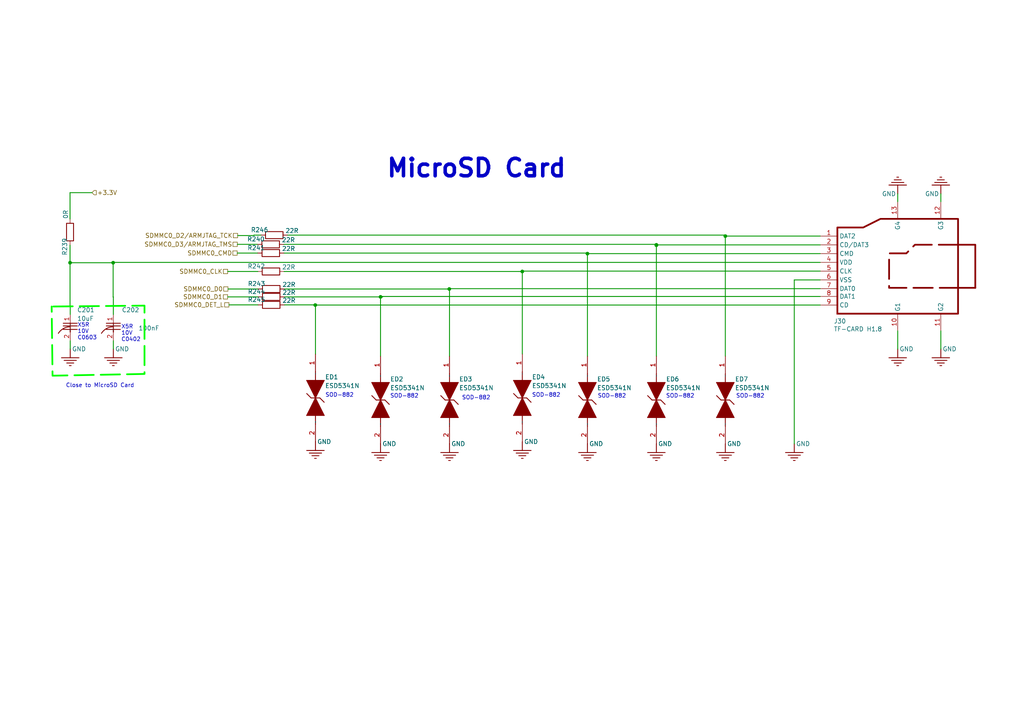
<source format=kicad_sch>
(kicad_sch (version 20231120) (generator "eeschema") (generator_version "8.0")
  (paper "A4")
  (lib_symbols
    (symbol "Device:R" (pin_numbers hide) (pin_names (offset 0))
      (property "Reference" "R" (at 2.032 0 90))
      (property "Value" "R" (at 0 0 90))
      (symbol "R_0_1"
        (rectangle (start -1.016 -2.54) (end 1.016 2.54) (stroke (width 0.254)))
      )
      (symbol "R_1_1"
        (pin passive line (at 0 3.81 270) (length 1.27) (name "~") (number "1"))
        (pin passive line (at 0 -3.81 90) (length 1.27) (name "~") (number "2"))
      )
    )
    (symbol "cm3568 LPDDR4-altium-import:GND" (power)
      (property "Reference" "#PWR" (at 0 0 0))
      (property "Value" "GND" (at 0 6.35 0))
      (symbol "GND_0_0"
        (polyline (pts (xy -2.54 -2.54) (xy 2.54 -2.54)) (stroke (width 0.254)))
        (polyline (pts (xy -1.778 -3.302) (xy 1.778 -3.302)) (stroke (width 0.254)))
        (polyline (pts (xy -1.016 -4.064) (xy 1.016 -4.064)) (stroke (width 0.254)))
        (polyline (pts (xy -0.254 -4.826) (xy 0.254 -4.826)) (stroke (width 0.254)))
        (polyline (pts (xy 0 0) (xy 0 -2.54)) (stroke (width 0.254)))
        (pin power_in line (at 0 0 0) (length 0) (name "GND") (number ""))
      )
    )
    (symbol "cm3568 LPDDR4-altium-import:root_0_TFP09-2-12B"
      (symbol "root_0_TFP09-2-12B_1_0"
        (polyline (pts (xy 45 -15) (xy 40 -15)) (stroke (width 0.508)))
        (polyline (pts (xy 40 -2.5) (xy 45 -2.5) (xy 45 -15)) (stroke (width 0.508)))
        (polyline (pts (xy 40 -2.5) (xy 27.5 -2.5) (xy 25 -5) (xy 20 -5) (xy 20 -15) (xy 40 -15)) (stroke (width 0.508) (type dash)))
        (polyline (pts (xy 5 -22.5) (xy 5 2.5) (xy 12.5 2.5) (xy 17.5 5) (xy 40 5) (xy 40 -22.5) (xy 5 -22.5)) (stroke (width 0.508)))
        (pin passive line (at 0 0 0) (length 5.08) (name "DAT2") (number "1"))
        (pin passive line (at 22.5 -27.5 90) (length 5.08) (name "G1") (number "10"))
        (pin passive line (at 35 -27.5 90) (length 5.08) (name "G2") (number "11"))
        (pin passive line (at 35 10 270) (length 5.08) (name "G3") (number "12"))
        (pin passive line (at 22.5 10 270) (length 5.08) (name "G4") (number "13"))
        (pin passive line (at 0 -2.54 0) (length 5.08) (name "CD/DAT3") (number "2"))
        (pin passive line (at 0 -5.08 0) (length 5.08) (name "CMD") (number "3"))
        (pin passive line (at 0 -7.62 0) (length 5.08) (name "VDD") (number "4"))
        (pin passive line (at 0 -10.16 0) (length 5.08) (name "CLK") (number "5"))
        (pin passive line (at 0 -12.7 0) (length 5.08) (name "VSS") (number "6"))
        (pin passive line (at 0 -15.24 0) (length 5.08) (name "DAT0") (number "7"))
        (pin passive line (at 0 -17.5 0) (length 5.08) (name "DAT1") (number "8"))
        (pin passive line (at 0 -20 0) (length 5.08) (name "CD") (number "9"))
      )
    )
    (symbol "cm3568 LPDDR4-altium-import:root_3_C0201_100nF"
      (symbol "root_3_C0201_100nF_1_0"
        (arc (start -4.5103 -1.5255) (mid -5.3375 -2.132) (end -5.9865 -2.9264) (stroke (width 0.254)))
        (arc (start -2.54 -1.016) (mid -3.5575 -1.1454) (end -4.5103 -1.5255) (stroke (width 0.254)))
        (polyline (pts (xy -4.572 -0.762) (xy -0.508 -0.762)) (stroke (width 0.254)))
        (polyline (pts (xy -4.572 0) (xy -0.508 0)) (stroke (width 0.254)))
        (polyline (pts (xy -2.54 -2.54) (xy -2.54 -1.778)) (stroke (width 0.254)))
        (polyline (pts (xy -2.54 -1.016) (xy -2.54 -2.54)) (stroke (width 0.254)))
        (polyline (pts (xy -2.54 0) (xy -2.54 -0.762)) (stroke (width 0.254)))
        (polyline (pts (xy -0.508 -1.778) (xy -4.572 -1.778)) (stroke (width 0.254)))
        (pin passive line (at -2.54 2.54 270) (length 2.54) (name "1") (number "1"))
        (pin passive line (at -2.54 -5.08 90) (length 2.54) (name "2") (number "2"))
      )
    )
    (symbol "cm3568 LPDDR4-altium-import:root_3_C0603_10uF"
      (symbol "root_3_C0603_10uF_1_0"
        (arc (start -4.5103 -1.5255) (mid -5.3375 -2.132) (end -5.9865 -2.9264) (stroke (width 0.254)))
        (arc (start -2.54 -1.016) (mid -3.5575 -1.1454) (end -4.5103 -1.5255) (stroke (width 0.254)))
        (polyline (pts (xy -4.572 -0.762) (xy -0.508 -0.762)) (stroke (width 0.254)))
        (polyline (pts (xy -4.572 0) (xy -0.508 0)) (stroke (width 0.254)))
        (polyline (pts (xy -2.54 -2.54) (xy -2.54 -1.778)) (stroke (width 0.254)))
        (polyline (pts (xy -2.54 -1.016) (xy -2.54 -2.54)) (stroke (width 0.254)))
        (polyline (pts (xy -2.54 0) (xy -2.54 -0.762)) (stroke (width 0.254)))
        (polyline (pts (xy -0.508 -1.778) (xy -4.572 -1.778)) (stroke (width 0.254)))
        (pin passive line (at -2.54 2.54 270) (length 2.54) (name "1") (number "1"))
        (pin passive line (at -2.54 -5.08 90) (length 2.54) (name "2") (number "2"))
      )
    )
    (symbol "cm3568 LPDDR4-altium-import:root_3_ESD0402_1xD5"
      (symbol "root_3_ESD0402_1xD5_1_0"
        (polyline (pts (xy -2.54 -5.08) (xy 0 0)) (stroke (width 0.254)))
        (polyline (pts (xy -2.54 5.08) (xy 0 0)) (stroke (width 0.254)))
        (polyline (pts (xy -1.27 0) (xy -2.54 1.27)) (stroke (width 0.254)))
        (polyline (pts (xy 0 -5.08) (xy 0 -7.62)) (stroke (width 0.254)))
        (polyline (pts (xy 0 0) (xy 2.54 -5.08)) (stroke (width 0.254)))
        (polyline (pts (xy 0 5.08) (xy 0 7.62)) (stroke (width 0.254)))
        (polyline (pts (xy 1.27 0) (xy -1.27 0)) (stroke (width 0.254)))
        (polyline (pts (xy 1.27 0) (xy 2.54 -1.27)) (stroke (width 0.254)))
        (polyline (pts (xy 2.54 -5.08) (xy -2.54 -5.08)) (stroke (width 0.254)))
        (polyline (pts (xy 2.54 5.08) (xy -2.54 5.08)) (stroke (width 0.254)))
        (polyline (pts (xy 2.54 5.08) (xy 0 0)) (stroke (width 0.254)))
        (polyline (pts (xy 0 -0.254) (xy 2.54 -5.08) (xy -2.54 -5.08) (xy 0 -0.254)) (stroke (width -0.0001)) (fill (type outline)))
        (polyline (pts (xy 2.54 5.08) (xy -2.54 5.08) (xy 0 0) (xy 2.54 5.08) (xy 2.54 5.08)) (stroke (width -0.0001)) (fill (type outline)))
        (pin passive line (at 0 12.7 270) (length 5.08) (name "1") (number "1"))
        (pin passive line (at 0 -12.7 90) (length 5.08) (name "2") (number "2"))
      )
    )
  )
  (junction (at 91.44 88.482))
  (junction (at 130.302 83.82))
  (junction (at 151.492 78.74))
  (junction (at 110.374 86.106))
  (junction (at 190.374 71.022))
  (junction (at 210.374 68.482))
  (junction (at 170.374 73.562))
  (junction (at 190.374 71.12))
  (junction (at 32.82 76.2))
  (junction (at 20.32 76.2))
  (wire (pts (xy 82.478 86.106) (xy 110.374 86.106)) (stroke (width 0.254)))
  (wire (pts (xy 210.374 68.482) (xy 210.374 68.2016)) (stroke (width 0.254)))
  (wire (pts (xy 91.44 88.646) (xy 91.44 88.482)) (stroke (width 0.254)))
  (wire (pts (xy 210.374 103.322) (xy 210.374 68.482)) (stroke (width 0.254)))
  (wire (pts (xy 91.44 88.42) (xy 82.478 88.42)) (stroke (width 0.254)))
  (wire (pts (xy 110.374 86.106) (xy 110.974 86.106)) (stroke (width 0.254)))
  (wire (pts (xy 237.874 68.482) (xy 210.374 68.482)) (stroke (width 0.254)))
  (wire (pts (xy 26.67 55.88) (xy 20.32 55.88)) (stroke (width 0.254)))
  (wire (pts (xy 91.492 88.646) (xy 91.44 88.646)) (stroke (width 0.254)))
  (wire (pts (xy 32.874 98.842) (xy 32.874 101.222)) (stroke (width 0.254)))
  (wire (pts (xy 260.374 56.222) (xy 260.374 58.482)) (stroke (width 0.254)))
  (wire (pts (xy 66.13 83.82) (xy 74.858 83.82)) (stroke (width 0.254)))
  (wire (pts (xy 74.7388 73.406) (xy 68.802 73.406)) (stroke (width 0.254)))
  (wire (pts (xy 190.374 70.866) (xy 190.374 71.022)) (stroke (width 0.254)))
  (wire (pts (xy 170.374 73.562) (xy 237.874 73.562)) (stroke (width 0.254)))
  (wire (pts (xy 32.874 86.142) (xy 32.874 91.222)) (stroke (width 0.254)))
  (wire (pts (xy 272.874 56.222) (xy 272.874 58.482)) (stroke (width 0.254)))
  (wire (pts (xy 190.374 71.022) (xy 190.374 71.12)) (stroke (width 0.254)))
  (wire (pts (xy 130.302 83.722) (xy 130.302 83.82)) (stroke (width 0.254)))
  (wire (pts (xy 82.3109 70.866) (xy 190.374 70.866)) (stroke (width 0.254)))
  (wire (pts (xy 20.32 76.2) (xy 20.32 88.682)) (stroke (width 0.254)))
  (wire (pts (xy 20.374 98.842) (xy 20.374 101.222)) (stroke (width 0.254)))
  (wire (pts (xy 91.44 88.482) (xy 237.874 88.482)) (stroke (width 0.254)))
  (wire (pts (xy 20.32 76.2) (xy 32.82 76.2)) (stroke (width 0.254)))
  (wire (pts (xy 237.874 81.182) (xy 230.374 81.182)) (stroke (width 0.254)))
  (wire (pts (xy 20.32 76.2) (xy 20.32 71.12)) (stroke (width 0.254)))
  (wire (pts (xy 110.974 86.106) (xy 110.974 85.982)) (stroke (width 0.254)))
  (wire (pts (xy 32.82 76.102) (xy 32.82 76.2)) (stroke (width 0.254)))
  (wire (pts (xy 170.374 103.322) (xy 170.374 73.562)) (stroke (width 0.254)))
  (wire (pts (xy 151.838 78.642) (xy 237.874 78.642)) (stroke (width 0.254)))
  (wire (pts (xy 73.66 68.326) (xy 68.934 68.326)) (stroke (width 0.254)))
  (wire (pts (xy 151.492 78.74) (xy 151.838 78.74)) (stroke (width 0.254)))
  (wire (pts (xy 68.834 70.866) (xy 74.6909 70.866)) (stroke (width 0.254)))
  (wire (pts (xy 151.492 102.71) (xy 151.492 78.74)) (stroke (width 0.254)))
  (wire (pts (xy 32.82 86.142) (xy 32.874 86.142)) (stroke (width 0.254)))
  (wire (pts (xy 20.374 88.682) (xy 20.374 91.222)) (stroke (width 0.254)))
  (wire (pts (xy 237.874 71.022) (xy 190.374 71.022)) (stroke (width 0.254)))
  (wire (pts (xy 170.18 73.406) (xy 82.3588 73.406)) (stroke (width 0.254)))
  (wire (pts (xy 75.7409 68.2016) (xy 73.66 68.2016)) (stroke (width 0.254)))
  (wire (pts (xy 170.18 73.562) (xy 170.18 73.406)) (stroke (width 0.254)))
  (wire (pts (xy 32.82 76.2) (xy 32.82 86.142)) (stroke (width 0.254)))
  (wire (pts (xy 110.974 85.982) (xy 237.874 85.982)) (stroke (width 0.254)))
  (wire (pts (xy 82.478 83.82) (xy 130.302 83.82)) (stroke (width 0.254)))
  (wire (pts (xy 260.374 101.222) (xy 260.374 95.982)) (stroke (width 0.254)))
  (wire (pts (xy 151.838 78.74) (xy 151.838 78.642)) (stroke (width 0.254)))
  (wire (pts (xy 66.04 78.74) (xy 74.7861 78.74)) (stroke (width 0.254)))
  (wire (pts (xy 237.874 76.102) (xy 32.82 76.102)) (stroke (width 0.254)))
  (wire (pts (xy 190.374 71.12) (xy 190.374 103.322)) (stroke (width 0.254)))
  (wire (pts (xy 272.874 101.222) (xy 272.874 95.982)) (stroke (width 0.254)))
  (wire (pts (xy 230.374 81.182) (xy 230.374 128.722)) (stroke (width 0.254)))
  (wire (pts (xy 82.4061 78.74) (xy 151.492 78.74)) (stroke (width 0.254)))
  (wire (pts (xy 73.66 68.2016) (xy 73.66 68.326)) (stroke (width 0.254)))
  (wire (pts (xy 210.374 68.2016) (xy 83.3609 68.2016)) (stroke (width 0.254)))
  (wire (pts (xy 66.04 86.106) (xy 74.858 86.106)) (stroke (width 0.254)))
  (wire (pts (xy 91.492 102.71) (xy 91.492 88.646)) (stroke (width 0.254)))
  (wire (pts (xy 74.858 88.42) (xy 66.4085 88.42)) (stroke (width 0.254)))
  (wire (pts (xy 190.374 71.12) (xy 190.466 71.12)) (stroke (width 0.254)))
  (wire (pts (xy 20.32 88.682) (xy 20.374 88.682)) (stroke (width 0.254)))
  (wire (pts (xy 20.32 55.88) (xy 20.32 63.5)) (stroke (width 0.254)))
  (wire (pts (xy 170.374 73.562) (xy 170.18 73.562)) (stroke (width 0.254)))
  (wire (pts (xy 237.874 83.722) (xy 130.302 83.722)) (stroke (width 0.254)))
  (wire (pts (xy 110.374 103.322) (xy 110.374 86.106)) (stroke (width 0.254)))
  (wire (pts (xy 130.374 83.82) (xy 130.374 103.322)) (stroke (width 0.254)))
  (wire (pts (xy 91.44 88.42) (xy 91.44 88.482)) (stroke (width 0.254)))
  (wire (pts (xy 130.302 83.82) (xy 130.374 83.82)) (stroke (width 0.254)))
  (polyline (pts (xy 15.494 88.9) (xy 41.91 88.646) (xy 41.91 108.458) (xy 15.24 108.966) (xy 14.986 88.9)) (stroke (width 0.508) (type dash) (color 0 255 0 1)))
  (text_box "SOD-882" (at 192.278 113.186 0) (size 15 3.048) (stroke (width -0.0001) (color 0 0 0 1)) (effects (font (size 1.143 1.143)) (justify left top)))
  (text_box "SOD-882" (at 212.598 113.186 0) (size 15 3.048) (stroke (width -0.0001) (color 0 0 0 1)) (effects (font (size 1.143 1.143)) (justify left top)))
  (text_box "SOD-882" (at 153.416 112.932 0) (size 15 3.048) (stroke (width -0.0001) (color 0 0 0 1)) (effects (font (size 1.143 1.143)) (justify left top)))
  (text_box "MicroSD Card" (at 107.95 41.91 0) (size 71.12 21.59) (stroke (width -0.0001) (color 0 0 0 1)) (effects (font (size 5.08 5.08) (bold yes)) (justify left top)))
  (text_box "" (at 132.828 112.87 0) (size 15 3.048) (stroke (width -0.0001) (color 0 0 0 1)) (effects (font (size 1.143 1.143)) (justify left top)))
  (text_box "SOD-882" (at 172.466 113.186 0) (size 15 3.048) (stroke (width -0.0001) (color 0 0 0 1)) (effects (font (size 1.143 1.143)) (justify left top)))
  (text_box "X5R\n10V\nC0402\n" (at 34.29 93.12 0) (size 7.5 8.138) (stroke (width -0.0001) (color 0 0 0 1)) (effects (font (size 1.143 1.143)) (justify left top)))
  (text_box "SOD-882" (at 93.472 112.932 0) (size 15 3.048) (stroke (width -0.0001) (color 0 0 0 1)) (effects (font (size 1.143 1.143)) (justify left top)))
  (text_box "SOD-882" (at 112.268 113.186 0) (size 15 3.048) (stroke (width -0.0001) (color 0 0 0 1)) (effects (font (size 1.143 1.143)) (justify left top)))
  (text_box "SOD-882" (at 133.096 113.694 0) (size 15 3.048) (stroke (width -0.0001) (color 0 0 0 1)) (effects (font (size 1.143 1.143)) (justify left top)))
  (text_box "X5R\n10V\nC0603" (at 21.59 92.612 0) (size 7.5 8.138) (stroke (width -0.0001) (color 0 0 0 1)) (effects (font (size 1.143 1.143)) (justify left top)))
  (text_box "Close to MicroSD Card" (at 41.402 110.144 0) (size -23.192 3.138) (stroke (width -0.0001) (color 0 0 0 1)) (effects (font (size 1.143 1.143)) (justify left top)))
  (hierarchical_label "SDMMC0_D1" (shape passive) (at 66.04 86.106 180))
  (hierarchical_label "SDMMC0_D3/ARMJTAG_TMS" (shape passive) (at 68.834 70.866 180))
  (hierarchical_label "SDMMC0_CLK" (shape passive) (at 66.04 78.74 180))
  (hierarchical_label "SDMMC0_DET_L" (shape passive) (at 66.4085 88.42 180))
  (hierarchical_label "SDMMC0_D0" (shape passive) (at 66.13 83.82 180))
  (hierarchical_label "SDMMC0_CMD" (shape passive) (at 68.802 73.406 180))
  (hierarchical_label "SDMMC0_D2/ARMJTAG_TCK" (shape passive) (at 68.934 68.326 180))
  (hierarchical_label "+3.3V" (shape input) (at 26.67 55.88 0))
  (symbol (lib_id "cm3568 LPDDR4-altium-import:root_3_ESD0402_1xD5") (at 210.374 116.022 0) (unit 1)
    (property "Reference" "ED7" (at 213.168 110.688 0) (effects (justify left bottom)))
    (property "Value" "ESD5341N" (at 213.168 113.228 0) (effects (justify left bottom)))
    (property "Footprint" "Footprint Library:ESD5341N" (effects (hide yes)))
    (property "MPN" "ESD5341N" (effects (hide yes)))
  )
  (symbol (lib_id "cm3568 LPDDR4-altium-import:GND") (at 110.374 128.722 0) (unit 1)
    (property "Reference" "#PWR0271" (effects (hide yes)))
    (property "Value" "GND" (effects (hide yes)))
  )
  (symbol (lib_id "Device:R") (at 78.5488 73.406 90) (unit 1)
    (property "Reference" "R241" (at 74.2964 71.882 90))
    (property "Value" "22R" (at 83.6944 72.136 90))
    (property "Footprint" "Resistor_SMD:R_0603_1608Metric" (effects (hide yes)))
    (property "Description" "Resistor" (effects (hide yes)))
    (property "MPN" "0603WAF220JT5E" (effects (hide yes)))
  )
  (symbol (lib_id "cm3568 LPDDR4-altium-import:GND") (at 230.374 128.722 0) (unit 1)
    (property "Reference" "#PWR0277" (effects (hide yes)))
    (property "Value" "GND" (effects (hide yes)))
  )
  (symbol (lib_id "cm3568 LPDDR4-altium-import:GND") (at 91.492 128.11 0) (unit 1)
    (property "Reference" "#PWR0270" (effects (hide yes)))
    (property "Value" "GND" (effects (hide yes)))
  )
  (symbol (lib_id "cm3568 LPDDR4-altium-import:GND") (at 170.374 128.722 0) (unit 1)
    (property "Reference" "#PWR0274" (effects (hide yes)))
    (property "Value" "GND" (effects (hide yes)))
  )
  (symbol (lib_id "cm3568 LPDDR4-altium-import:root_3_ESD0402_1xD5") (at 170.374 116.022 0) (unit 1)
    (property "Reference" "ED5" (at 173.168 110.688 0) (effects (justify left bottom)))
    (property "Value" "ESD5341N" (at 173.168 113.228 0) (effects (justify left bottom)))
    (property "Footprint" "Footprint Library:ESD5341N" (effects (hide yes)))
    (property "MPN" "ESD5341N" (effects (hide yes)))
  )
  (symbol (lib_id "cm3568 LPDDR4-altium-import:root_3_C0201_100nF") (at 35.414 93.762 0) (unit 1)
    (property "Reference" "C202" (at 35.306 90.62 0) (effects (justify left bottom)))
    (property "Value" "100nF" (at 40.132 95.914 0) (effects (justify left bottom)))
    (property "Footprint" "Capacitor_SMD:C_0402_1005Metric" (effects (hide yes)))
    (property "MPN" "CC0402KRX7R7BB104" (effects (hide yes)))
  )
  (symbol (lib_id "cm3568 LPDDR4-altium-import:root_0_TFP09-2-12B") (at 237.874 68.482 0) (unit 1)
    (property "Reference" "J30" (at 241.808 93.882 0) (effects (justify left bottom)))
    (property "Value" "TF-CARD H1.8" (at 241.808 96.168 0) (effects (justify left bottom)))
    (property "Footprint" "HDMI 2.0 TX:TF-CARD H1.8" (effects (hide yes)))
    (property "DATASHEET LINK" "http://images.100y.com.tw/pdf_file/10-TFP09-2-12B.pdf" (effects (hide yes)))
    (property "HEIGHT" "2.45mm" (effects (hide yes)))
    (property "MANUFACTURER_NAME" "100y" (effects (hide yes)))
    (property "MANUFACTURER_PART_NUMBER" "TFP09-2-12B" (effects (hide yes)))
    (property "MPN" "TF 卡座 铜壳" (effects (hide yes)))
  )
  (symbol (lib_id "cm3568 LPDDR4-altium-import:GND") (at 20.374 101.222 0) (unit 1)
    (property "Reference" "#PWR0268" (effects (hide yes)))
    (property "Value" "GND" (effects (hide yes)))
  )
  (symbol (lib_id "cm3568 LPDDR4-altium-import:GND") (at 260.374 101.222 0) (unit 1)
    (property "Reference" "#PWR0279" (effects (hide yes)))
    (property "Value" "GND" (effects (hide yes)))
  )
  (symbol (lib_id "Device:R") (at 78.668 86.106 90) (unit 1)
    (property "Reference" "R244" (at 74.4156 84.582 90))
    (property "Value" "22R" (at 83.8136 84.836 90))
    (property "Footprint" "Resistor_SMD:R_0603_1608Metric" (effects (hide yes)))
    (property "Description" "Resistor" (effects (hide yes)))
    (property "MPN" "0603WAF220JT5E" (effects (hide yes)))
  )
  (symbol (lib_id "cm3568 LPDDR4-altium-import:GND") (at 32.874 101.222 0) (unit 1)
    (property "Reference" "#PWR0269" (effects (hide yes)))
    (property "Value" "GND" (effects (hide yes)))
  )
  (symbol (lib_id "Device:R") (at 79.5509 68.2016 90) (unit 1)
    (property "Reference" "R246" (at 75.2985 66.6776 90))
    (property "Value" "22R" (at 84.6965 66.9316 90))
    (property "Footprint" "Resistor_SMD:R_0603_1608Metric" (effects (hide yes)))
    (property "Description" "Resistor" (effects (hide yes)))
    (property "MPN" "0603WAF220JT5E" (effects (hide yes)))
  )
  (symbol (lib_id "cm3568 LPDDR4-altium-import:GND") (at 210.374 128.722 0) (unit 1)
    (property "Reference" "#PWR0276" (effects (hide yes)))
    (property "Value" "GND" (effects (hide yes)))
  )
  (symbol (lib_id "cm3568 LPDDR4-altium-import:root_3_ESD0402_1xD5") (at 190.374 116.022 0) (unit 1)
    (property "Reference" "ED6" (at 193.168 110.688 0) (effects (justify left bottom)))
    (property "Value" "ESD5341N" (at 193.168 113.228 0) (effects (justify left bottom)))
    (property "Footprint" "Footprint Library:ESD5341N" (effects (hide yes)))
    (property "MPN" "ESD5341N" (effects (hide yes)))
  )
  (symbol (lib_id "Device:R") (at 78.5009 70.866 90) (unit 1)
    (property "Reference" "R240" (at 74.2485 69.342 90))
    (property "Value" "22R" (at 83.6465 69.596 90))
    (property "Footprint" "Resistor_SMD:R_0603_1608Metric" (effects (hide yes)))
    (property "Description" "Resistor" (effects (hide yes)))
    (property "MPN" "0603WAF220JT5E" (effects (hide yes)))
  )
  (symbol (lib_id "cm3568 LPDDR4-altium-import:root_3_ESD0402_1xD5") (at 130.374 116.022 0) (unit 1)
    (property "Reference" "ED3" (at 133.168 110.688 0) (effects (justify left bottom)))
    (property "Value" "ESD5341N" (at 133.168 113.228 0) (effects (justify left bottom)))
    (property "Footprint" "Footprint Library:ESD5341N" (effects (hide yes)))
    (property "MPN" "ESD5341N" (effects (hide yes)))
  )
  (symbol (lib_id "Device:R") (at 20.32 67.31 180) (unit 1)
    (property "Reference" "R239" (at 18.796 71.5624 90))
    (property "Value" "0R" (at 19.05 62.1644 90))
    (property "Footprint" "Resistor_SMD:R_0603_1608Metric" (effects (hide yes)))
    (property "Description" "Resistor" (effects (hide yes)))
    (property "MPN" "0603WAF0000T5E" (effects (hide yes)))
  )
  (symbol (lib_id "Device:R") (at 78.5961 78.74 90) (unit 1)
    (property "Reference" "R242" (at 74.3437 77.216 90))
    (property "Value" "22R" (at 83.7417 77.47 90))
    (property "Footprint" "Resistor_SMD:R_0603_1608Metric" (effects (hide yes)))
    (property "Description" "Resistor" (effects (hide yes)))
    (property "MPN" "0603WAF220JT5E" (effects (hide yes)))
  )
  (symbol (lib_id "cm3568 LPDDR4-altium-import:GND") (at 151.492 128.11 0) (unit 1)
    (property "Reference" "#PWR0273" (effects (hide yes)))
    (property "Value" "GND" (effects (hide yes)))
  )
  (symbol (lib_id "Device:R") (at 78.668 88.42 90) (unit 1)
    (property "Reference" "R245" (at 74.4156 86.896 90))
    (property "Value" "22R" (at 83.8136 87.15 90))
    (property "Footprint" "Resistor_SMD:R_0603_1608Metric" (effects (hide yes)))
    (property "Description" "Resistor" (effects (hide yes)))
    (property "MPN" "0603WAF220JT5E" (effects (hide yes)))
  )
  (symbol (lib_id "cm3568 LPDDR4-altium-import:GND") (at 272.874 56.222 180) (unit 1)
    (property "Reference" "#PWR0280" (effects (hide yes)))
    (property "Value" "GND" (effects (hide yes)))
  )
  (symbol (lib_id "cm3568 LPDDR4-altium-import:GND") (at 260.374 56.222 180) (unit 1)
    (property "Reference" "#PWR0278" (effects (hide yes)))
    (property "Value" "GND" (effects (hide yes)))
  )
  (symbol (lib_id "cm3568 LPDDR4-altium-import:root_3_C0603_10uF") (at 22.914 93.762 0) (unit 1)
    (property "Reference" "C201" (at 22.352 90.62 0) (effects (justify left bottom)))
    (property "Value" "10uF" (at 22.352 93.12 0) (effects (justify left bottom)))
    (property "Footprint" "Capacitor_SMD:C_0603_1608Metric" (effects (hide yes)))
    (property "MPN" "CL10A106MO8NQNC" (effects (hide yes)))
  )
  (symbol (lib_id "cm3568 LPDDR4-altium-import:root_3_ESD0402_1xD5") (at 91.492 115.41 0) (unit 1)
    (property "Reference" "ED1" (at 94.286 110.076 0) (effects (justify left bottom)))
    (property "Value" "ESD5341N" (at 94.286 112.616 0) (effects (justify left bottom)))
    (property "Footprint" "Footprint Library:ESD5341N" (effects (hide yes)))
    (property "MPN" "ESD5341N" (effects (hide yes)))
  )
  (symbol (lib_id "cm3568 LPDDR4-altium-import:root_3_ESD0402_1xD5") (at 110.374 116.022 0) (unit 1)
    (property "Reference" "ED2" (at 113.168 110.688 0) (effects (justify left bottom)))
    (property "Value" "ESD5341N" (at 113.168 113.228 0) (effects (justify left bottom)))
    (property "Footprint" "Footprint Library:ESD5341N" (effects (hide yes)))
    (property "MPN" "ESD5341N" (effects (hide yes)))
  )
  (symbol (lib_id "cm3568 LPDDR4-altium-import:GND") (at 272.874 101.222 0) (unit 1)
    (property "Reference" "#PWR0281" (effects (hide yes)))
    (property "Value" "GND" (effects (hide yes)))
  )
  (symbol (lib_id "cm3568 LPDDR4-altium-import:GND") (at 130.374 128.722 0) (unit 1)
    (property "Reference" "#PWR0272" (effects (hide yes)))
    (property "Value" "GND" (effects (hide yes)))
  )
  (symbol (lib_id "cm3568 LPDDR4-altium-import:root_3_ESD0402_1xD5") (at 151.492 115.41 0) (unit 1)
    (property "Reference" "ED4" (at 154.286 110.076 0) (effects (justify left bottom)))
    (property "Value" "ESD5341N" (at 154.286 112.616 0) (effects (justify left bottom)))
    (property "Footprint" "Footprint Library:ESD5341N" (effects (hide yes)))
    (property "MPN" "ESD5341N" (effects (hide yes)))
  )
  (symbol (lib_id "cm3568 LPDDR4-altium-import:GND") (at 190.374 128.722 0) (unit 1)
    (property "Reference" "#PWR0275" (effects (hide yes)))
    (property "Value" "GND" (effects (hide yes)))
  )
  (symbol (lib_id "Device:R") (at 78.668 83.82 90) (unit 1)
    (property "Reference" "R243" (at 74.4156 82.296 90))
    (property "Value" "22R" (at 83.8136 82.55 90))
    (property "Footprint" "Resistor_SMD:R_0603_1608Metric" (effects (hide yes)))
    (property "Description" "Resistor" (effects (hide yes)))
    (property "MPN" "0603WAF220JT5E" (effects (hide yes)))
  )
)
</source>
